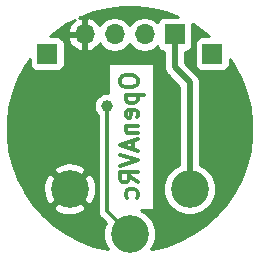
<source format=gbr>
G04 #@! TF.GenerationSoftware,KiCad,Pcbnew,(5.1.5)-3*
G04 #@! TF.CreationDate,2020-03-15T09:51:23+01:00*
G04 #@! TF.ProjectId,Capteur_Hall_I2C,43617074-6575-4725-9f48-616c6c5f4932,0.1*
G04 #@! TF.SameCoordinates,Original*
G04 #@! TF.FileFunction,Copper,L2,Bot*
G04 #@! TF.FilePolarity,Positive*
%FSLAX46Y46*%
G04 Gerber Fmt 4.6, Leading zero omitted, Abs format (unit mm)*
G04 Created by KiCad (PCBNEW (5.1.5)-3) date 2020-03-15 09:51:23*
%MOMM*%
%LPD*%
G04 APERTURE LIST*
%ADD10C,0.300000*%
%ADD11C,3.200000*%
%ADD12R,1.700000X1.700000*%
%ADD13O,1.700000X1.700000*%
%ADD14C,1.000000*%
%ADD15C,0.500000*%
%ADD16C,0.310000*%
%ADD17C,0.254000*%
G04 APERTURE END LIST*
D10*
X151578571Y-98683571D02*
X151578571Y-98969285D01*
X151650000Y-99112142D01*
X151792857Y-99255000D01*
X152078571Y-99326428D01*
X152578571Y-99326428D01*
X152864285Y-99255000D01*
X153007142Y-99112142D01*
X153078571Y-98969285D01*
X153078571Y-98683571D01*
X153007142Y-98540714D01*
X152864285Y-98397857D01*
X152578571Y-98326428D01*
X152078571Y-98326428D01*
X151792857Y-98397857D01*
X151650000Y-98540714D01*
X151578571Y-98683571D01*
X152078571Y-99969285D02*
X153578571Y-99969285D01*
X152150000Y-99969285D02*
X152078571Y-100112142D01*
X152078571Y-100397857D01*
X152150000Y-100540714D01*
X152221428Y-100612142D01*
X152364285Y-100683571D01*
X152792857Y-100683571D01*
X152935714Y-100612142D01*
X153007142Y-100540714D01*
X153078571Y-100397857D01*
X153078571Y-100112142D01*
X153007142Y-99969285D01*
X153007142Y-101897857D02*
X153078571Y-101755000D01*
X153078571Y-101469285D01*
X153007142Y-101326428D01*
X152864285Y-101255000D01*
X152292857Y-101255000D01*
X152150000Y-101326428D01*
X152078571Y-101469285D01*
X152078571Y-101755000D01*
X152150000Y-101897857D01*
X152292857Y-101969285D01*
X152435714Y-101969285D01*
X152578571Y-101255000D01*
X152078571Y-102612142D02*
X153078571Y-102612142D01*
X152221428Y-102612142D02*
X152150000Y-102683571D01*
X152078571Y-102826428D01*
X152078571Y-103040714D01*
X152150000Y-103183571D01*
X152292857Y-103255000D01*
X153078571Y-103255000D01*
X152650000Y-103897857D02*
X152650000Y-104612142D01*
X153078571Y-103755000D02*
X151578571Y-104255000D01*
X153078571Y-104755000D01*
X151578571Y-105040714D02*
X153078571Y-105540714D01*
X151578571Y-106040714D01*
X153078571Y-107397857D02*
X152364285Y-106897857D01*
X153078571Y-106540714D02*
X151578571Y-106540714D01*
X151578571Y-107112142D01*
X151650000Y-107255000D01*
X151721428Y-107326428D01*
X151864285Y-107397857D01*
X152078571Y-107397857D01*
X152221428Y-107326428D01*
X152292857Y-107255000D01*
X152364285Y-107112142D01*
X152364285Y-106540714D01*
X153007142Y-108683571D02*
X153078571Y-108540714D01*
X153078571Y-108255000D01*
X153007142Y-108112142D01*
X152935714Y-108040714D01*
X152792857Y-107969285D01*
X152364285Y-107969285D01*
X152221428Y-108040714D01*
X152150000Y-108112142D01*
X152078571Y-108255000D01*
X152078571Y-108540714D01*
X152150000Y-108683571D01*
D11*
X152400000Y-111760000D03*
X157480000Y-107950000D03*
X147320000Y-107950000D03*
D12*
X156210000Y-94870000D03*
D13*
X153670000Y-94870000D03*
X151130000Y-94870000D03*
X148590000Y-94870000D03*
D12*
X145415000Y-96520000D03*
X159385000Y-96520000D03*
D14*
X161290000Y-102235000D03*
X149225000Y-103505000D03*
X150495000Y-100924997D03*
D15*
X156210000Y-97663000D02*
X156210000Y-94870000D01*
X157480000Y-98933000D02*
X156210000Y-97663000D01*
X157480000Y-107950000D02*
X157480000Y-98933000D01*
D16*
X150495000Y-109855000D02*
X152400000Y-111760000D01*
X150495000Y-100924997D02*
X150495000Y-109855000D01*
D17*
G36*
X154263837Y-92699370D02*
G01*
X155476182Y-92998186D01*
X156488024Y-93381928D01*
X155360000Y-93381928D01*
X155235518Y-93394188D01*
X155115820Y-93430498D01*
X155005506Y-93489463D01*
X154908815Y-93568815D01*
X154829463Y-93665506D01*
X154770498Y-93775820D01*
X154748487Y-93848380D01*
X154616632Y-93716525D01*
X154373411Y-93554010D01*
X154103158Y-93442068D01*
X153816260Y-93385000D01*
X153523740Y-93385000D01*
X153236842Y-93442068D01*
X152966589Y-93554010D01*
X152723368Y-93716525D01*
X152516525Y-93923368D01*
X152400000Y-94097760D01*
X152283475Y-93923368D01*
X152076632Y-93716525D01*
X151833411Y-93554010D01*
X151563158Y-93442068D01*
X151276260Y-93385000D01*
X150983740Y-93385000D01*
X150696842Y-93442068D01*
X150426589Y-93554010D01*
X150183368Y-93716525D01*
X149976525Y-93923368D01*
X149854805Y-94105534D01*
X149785178Y-93988645D01*
X149590269Y-93772412D01*
X149356920Y-93598359D01*
X149094099Y-93473175D01*
X148946890Y-93428524D01*
X148717000Y-93549845D01*
X148717000Y-94743000D01*
X148737000Y-94743000D01*
X148737000Y-94997000D01*
X148717000Y-94997000D01*
X148717000Y-96190155D01*
X148946890Y-96311476D01*
X149094099Y-96266825D01*
X149356920Y-96141641D01*
X149590269Y-95967588D01*
X149785178Y-95751355D01*
X149854805Y-95634466D01*
X149976525Y-95816632D01*
X150183368Y-96023475D01*
X150426589Y-96185990D01*
X150696842Y-96297932D01*
X150983740Y-96355000D01*
X151276260Y-96355000D01*
X151563158Y-96297932D01*
X151833411Y-96185990D01*
X152076632Y-96023475D01*
X152283475Y-95816632D01*
X152400000Y-95642240D01*
X152516525Y-95816632D01*
X152723368Y-96023475D01*
X152966589Y-96185990D01*
X153236842Y-96297932D01*
X153523740Y-96355000D01*
X153816260Y-96355000D01*
X154103158Y-96297932D01*
X154373411Y-96185990D01*
X154616632Y-96023475D01*
X154748487Y-95891620D01*
X154770498Y-95964180D01*
X154829463Y-96074494D01*
X154908815Y-96171185D01*
X155005506Y-96250537D01*
X155115820Y-96309502D01*
X155235518Y-96345812D01*
X155325000Y-96354625D01*
X155325000Y-97619531D01*
X155320719Y-97663000D01*
X155325000Y-97706469D01*
X155325000Y-97706476D01*
X155337805Y-97836489D01*
X155388411Y-98003312D01*
X155470589Y-98157058D01*
X155581183Y-98291817D01*
X155614956Y-98319534D01*
X156595001Y-99299580D01*
X156595000Y-105897433D01*
X156421331Y-105969369D01*
X156055271Y-106213962D01*
X155743962Y-106525271D01*
X155499369Y-106891331D01*
X155330890Y-107298075D01*
X155245000Y-107729872D01*
X155245000Y-108170128D01*
X155330890Y-108601925D01*
X155499369Y-109008669D01*
X155743962Y-109374729D01*
X156055271Y-109686038D01*
X156421331Y-109930631D01*
X156828075Y-110099110D01*
X157259872Y-110185000D01*
X157700128Y-110185000D01*
X158131925Y-110099110D01*
X158538669Y-109930631D01*
X158904729Y-109686038D01*
X159216038Y-109374729D01*
X159460631Y-109008669D01*
X159629110Y-108601925D01*
X159715000Y-108170128D01*
X159715000Y-107729872D01*
X159629110Y-107298075D01*
X159460631Y-106891331D01*
X159216038Y-106525271D01*
X158904729Y-106213962D01*
X158538669Y-105969369D01*
X158365000Y-105897433D01*
X158365000Y-98976465D01*
X158369281Y-98932999D01*
X158365000Y-98889533D01*
X158365000Y-98889523D01*
X158352195Y-98759510D01*
X158301589Y-98592687D01*
X158219411Y-98438941D01*
X158108817Y-98304183D01*
X158075049Y-98276470D01*
X157095000Y-97296422D01*
X157095000Y-96354625D01*
X157184482Y-96345812D01*
X157304180Y-96309502D01*
X157414494Y-96250537D01*
X157511185Y-96171185D01*
X157590537Y-96074494D01*
X157649502Y-95964180D01*
X157685812Y-95844482D01*
X157698072Y-95720000D01*
X157698072Y-94020000D01*
X157695408Y-93992952D01*
X157749273Y-94021222D01*
X158776873Y-94730523D01*
X159117089Y-95031928D01*
X158535000Y-95031928D01*
X158410518Y-95044188D01*
X158290820Y-95080498D01*
X158180506Y-95139463D01*
X158083815Y-95218815D01*
X158004463Y-95315506D01*
X157945498Y-95425820D01*
X157909188Y-95545518D01*
X157896928Y-95670000D01*
X157896928Y-97370000D01*
X157909188Y-97494482D01*
X157945498Y-97614180D01*
X158004463Y-97724494D01*
X158083815Y-97821185D01*
X158180506Y-97900537D01*
X158290820Y-97959502D01*
X158410518Y-97995812D01*
X158535000Y-98008072D01*
X160235000Y-98008072D01*
X160359482Y-97995812D01*
X160479180Y-97959502D01*
X160589494Y-97900537D01*
X160686185Y-97821185D01*
X160765537Y-97724494D01*
X160824502Y-97614180D01*
X160860812Y-97494482D01*
X160873072Y-97370000D01*
X160873072Y-96976423D01*
X161248778Y-97520727D01*
X161829044Y-98626332D01*
X162271814Y-99793818D01*
X162570630Y-101006163D01*
X162721135Y-102245686D01*
X162721135Y-103494314D01*
X162570630Y-104733837D01*
X162271814Y-105946182D01*
X161829044Y-107113668D01*
X161248778Y-108219273D01*
X160539477Y-109246873D01*
X159711484Y-110181484D01*
X158776873Y-111009477D01*
X157749273Y-111718778D01*
X156643668Y-112299044D01*
X155476182Y-112741814D01*
X154263837Y-113040630D01*
X154229539Y-113044795D01*
X154380631Y-112818669D01*
X154549110Y-112411925D01*
X154635000Y-111980128D01*
X154635000Y-111539872D01*
X154549110Y-111108075D01*
X154380631Y-110701331D01*
X154136038Y-110335271D01*
X153824729Y-110023962D01*
X153458669Y-109779369D01*
X153398111Y-109754285D01*
X154430000Y-109754285D01*
X154430000Y-97255714D01*
X150610000Y-97255714D01*
X150610000Y-99790636D01*
X150606788Y-99789997D01*
X150383212Y-99789997D01*
X150163933Y-99833614D01*
X149957376Y-99919173D01*
X149771480Y-100043385D01*
X149613388Y-100201477D01*
X149489176Y-100387373D01*
X149403617Y-100593930D01*
X149360000Y-100813209D01*
X149360000Y-101036785D01*
X149403617Y-101256064D01*
X149489176Y-101462621D01*
X149613388Y-101648517D01*
X149705000Y-101740129D01*
X149705001Y-109816185D01*
X149701178Y-109855000D01*
X149716431Y-110009866D01*
X149761604Y-110158782D01*
X149773739Y-110181484D01*
X149834962Y-110296024D01*
X149933684Y-110416317D01*
X149963825Y-110441053D01*
X150362177Y-110839405D01*
X150250890Y-111108075D01*
X150165000Y-111539872D01*
X150165000Y-111980128D01*
X150250890Y-112411925D01*
X150419369Y-112818669D01*
X150570461Y-113044795D01*
X150536163Y-113040630D01*
X149323818Y-112741814D01*
X148156332Y-112299044D01*
X147050727Y-111718778D01*
X146023127Y-111009477D01*
X145088516Y-110181484D01*
X144496154Y-109512845D01*
X145936761Y-109512845D01*
X146104802Y-109838643D01*
X146496607Y-110039426D01*
X146920055Y-110159914D01*
X147358873Y-110195476D01*
X147796197Y-110144746D01*
X148215221Y-110009674D01*
X148535198Y-109838643D01*
X148703239Y-109512845D01*
X147320000Y-108129605D01*
X145936761Y-109512845D01*
X144496154Y-109512845D01*
X144260523Y-109246873D01*
X143551222Y-108219273D01*
X143430299Y-107988873D01*
X145074524Y-107988873D01*
X145125254Y-108426197D01*
X145260326Y-108845221D01*
X145431357Y-109165198D01*
X145757155Y-109333239D01*
X147140395Y-107950000D01*
X147499605Y-107950000D01*
X148882845Y-109333239D01*
X149208643Y-109165198D01*
X149409426Y-108773393D01*
X149529914Y-108349945D01*
X149565476Y-107911127D01*
X149514746Y-107473803D01*
X149379674Y-107054779D01*
X149208643Y-106734802D01*
X148882845Y-106566761D01*
X147499605Y-107950000D01*
X147140395Y-107950000D01*
X145757155Y-106566761D01*
X145431357Y-106734802D01*
X145230574Y-107126607D01*
X145110086Y-107550055D01*
X145074524Y-107988873D01*
X143430299Y-107988873D01*
X142970956Y-107113668D01*
X142695426Y-106387155D01*
X145936761Y-106387155D01*
X147320000Y-107770395D01*
X148703239Y-106387155D01*
X148535198Y-106061357D01*
X148143393Y-105860574D01*
X147719945Y-105740086D01*
X147281127Y-105704524D01*
X146843803Y-105755254D01*
X146424779Y-105890326D01*
X146104802Y-106061357D01*
X145936761Y-106387155D01*
X142695426Y-106387155D01*
X142528186Y-105946182D01*
X142229370Y-104733837D01*
X142078865Y-103494314D01*
X142078865Y-102245686D01*
X142229370Y-101006163D01*
X142528186Y-99793818D01*
X142970956Y-98626332D01*
X143551222Y-97520727D01*
X143926928Y-96976423D01*
X143926928Y-97370000D01*
X143939188Y-97494482D01*
X143975498Y-97614180D01*
X144034463Y-97724494D01*
X144113815Y-97821185D01*
X144210506Y-97900537D01*
X144320820Y-97959502D01*
X144440518Y-97995812D01*
X144565000Y-98008072D01*
X146265000Y-98008072D01*
X146389482Y-97995812D01*
X146509180Y-97959502D01*
X146619494Y-97900537D01*
X146716185Y-97821185D01*
X146795537Y-97724494D01*
X146854502Y-97614180D01*
X146890812Y-97494482D01*
X146903072Y-97370000D01*
X146903072Y-95670000D01*
X146890812Y-95545518D01*
X146854502Y-95425820D01*
X146795537Y-95315506D01*
X146722813Y-95226891D01*
X147148519Y-95226891D01*
X147245843Y-95501252D01*
X147394822Y-95751355D01*
X147589731Y-95967588D01*
X147823080Y-96141641D01*
X148085901Y-96266825D01*
X148233110Y-96311476D01*
X148463000Y-96190155D01*
X148463000Y-94997000D01*
X147269186Y-94997000D01*
X147148519Y-95226891D01*
X146722813Y-95226891D01*
X146716185Y-95218815D01*
X146619494Y-95139463D01*
X146509180Y-95080498D01*
X146389482Y-95044188D01*
X146265000Y-95031928D01*
X145682911Y-95031928D01*
X146023127Y-94730523D01*
X147050727Y-94021222D01*
X147743908Y-93657413D01*
X147589731Y-93772412D01*
X147394822Y-93988645D01*
X147245843Y-94238748D01*
X147148519Y-94513109D01*
X147269186Y-94743000D01*
X148463000Y-94743000D01*
X148463000Y-93549845D01*
X148233110Y-93428524D01*
X148107325Y-93466677D01*
X148156332Y-93440956D01*
X149323818Y-92998186D01*
X150536163Y-92699370D01*
X151775686Y-92548865D01*
X153024314Y-92548865D01*
X154263837Y-92699370D01*
G37*
X154263837Y-92699370D02*
X155476182Y-92998186D01*
X156488024Y-93381928D01*
X155360000Y-93381928D01*
X155235518Y-93394188D01*
X155115820Y-93430498D01*
X155005506Y-93489463D01*
X154908815Y-93568815D01*
X154829463Y-93665506D01*
X154770498Y-93775820D01*
X154748487Y-93848380D01*
X154616632Y-93716525D01*
X154373411Y-93554010D01*
X154103158Y-93442068D01*
X153816260Y-93385000D01*
X153523740Y-93385000D01*
X153236842Y-93442068D01*
X152966589Y-93554010D01*
X152723368Y-93716525D01*
X152516525Y-93923368D01*
X152400000Y-94097760D01*
X152283475Y-93923368D01*
X152076632Y-93716525D01*
X151833411Y-93554010D01*
X151563158Y-93442068D01*
X151276260Y-93385000D01*
X150983740Y-93385000D01*
X150696842Y-93442068D01*
X150426589Y-93554010D01*
X150183368Y-93716525D01*
X149976525Y-93923368D01*
X149854805Y-94105534D01*
X149785178Y-93988645D01*
X149590269Y-93772412D01*
X149356920Y-93598359D01*
X149094099Y-93473175D01*
X148946890Y-93428524D01*
X148717000Y-93549845D01*
X148717000Y-94743000D01*
X148737000Y-94743000D01*
X148737000Y-94997000D01*
X148717000Y-94997000D01*
X148717000Y-96190155D01*
X148946890Y-96311476D01*
X149094099Y-96266825D01*
X149356920Y-96141641D01*
X149590269Y-95967588D01*
X149785178Y-95751355D01*
X149854805Y-95634466D01*
X149976525Y-95816632D01*
X150183368Y-96023475D01*
X150426589Y-96185990D01*
X150696842Y-96297932D01*
X150983740Y-96355000D01*
X151276260Y-96355000D01*
X151563158Y-96297932D01*
X151833411Y-96185990D01*
X152076632Y-96023475D01*
X152283475Y-95816632D01*
X152400000Y-95642240D01*
X152516525Y-95816632D01*
X152723368Y-96023475D01*
X152966589Y-96185990D01*
X153236842Y-96297932D01*
X153523740Y-96355000D01*
X153816260Y-96355000D01*
X154103158Y-96297932D01*
X154373411Y-96185990D01*
X154616632Y-96023475D01*
X154748487Y-95891620D01*
X154770498Y-95964180D01*
X154829463Y-96074494D01*
X154908815Y-96171185D01*
X155005506Y-96250537D01*
X155115820Y-96309502D01*
X155235518Y-96345812D01*
X155325000Y-96354625D01*
X155325000Y-97619531D01*
X155320719Y-97663000D01*
X155325000Y-97706469D01*
X155325000Y-97706476D01*
X155337805Y-97836489D01*
X155388411Y-98003312D01*
X155470589Y-98157058D01*
X155581183Y-98291817D01*
X155614956Y-98319534D01*
X156595001Y-99299580D01*
X156595000Y-105897433D01*
X156421331Y-105969369D01*
X156055271Y-106213962D01*
X155743962Y-106525271D01*
X155499369Y-106891331D01*
X155330890Y-107298075D01*
X155245000Y-107729872D01*
X155245000Y-108170128D01*
X155330890Y-108601925D01*
X155499369Y-109008669D01*
X155743962Y-109374729D01*
X156055271Y-109686038D01*
X156421331Y-109930631D01*
X156828075Y-110099110D01*
X157259872Y-110185000D01*
X157700128Y-110185000D01*
X158131925Y-110099110D01*
X158538669Y-109930631D01*
X158904729Y-109686038D01*
X159216038Y-109374729D01*
X159460631Y-109008669D01*
X159629110Y-108601925D01*
X159715000Y-108170128D01*
X159715000Y-107729872D01*
X159629110Y-107298075D01*
X159460631Y-106891331D01*
X159216038Y-106525271D01*
X158904729Y-106213962D01*
X158538669Y-105969369D01*
X158365000Y-105897433D01*
X158365000Y-98976465D01*
X158369281Y-98932999D01*
X158365000Y-98889533D01*
X158365000Y-98889523D01*
X158352195Y-98759510D01*
X158301589Y-98592687D01*
X158219411Y-98438941D01*
X158108817Y-98304183D01*
X158075049Y-98276470D01*
X157095000Y-97296422D01*
X157095000Y-96354625D01*
X157184482Y-96345812D01*
X157304180Y-96309502D01*
X157414494Y-96250537D01*
X157511185Y-96171185D01*
X157590537Y-96074494D01*
X157649502Y-95964180D01*
X157685812Y-95844482D01*
X157698072Y-95720000D01*
X157698072Y-94020000D01*
X157695408Y-93992952D01*
X157749273Y-94021222D01*
X158776873Y-94730523D01*
X159117089Y-95031928D01*
X158535000Y-95031928D01*
X158410518Y-95044188D01*
X158290820Y-95080498D01*
X158180506Y-95139463D01*
X158083815Y-95218815D01*
X158004463Y-95315506D01*
X157945498Y-95425820D01*
X157909188Y-95545518D01*
X157896928Y-95670000D01*
X157896928Y-97370000D01*
X157909188Y-97494482D01*
X157945498Y-97614180D01*
X158004463Y-97724494D01*
X158083815Y-97821185D01*
X158180506Y-97900537D01*
X158290820Y-97959502D01*
X158410518Y-97995812D01*
X158535000Y-98008072D01*
X160235000Y-98008072D01*
X160359482Y-97995812D01*
X160479180Y-97959502D01*
X160589494Y-97900537D01*
X160686185Y-97821185D01*
X160765537Y-97724494D01*
X160824502Y-97614180D01*
X160860812Y-97494482D01*
X160873072Y-97370000D01*
X160873072Y-96976423D01*
X161248778Y-97520727D01*
X161829044Y-98626332D01*
X162271814Y-99793818D01*
X162570630Y-101006163D01*
X162721135Y-102245686D01*
X162721135Y-103494314D01*
X162570630Y-104733837D01*
X162271814Y-105946182D01*
X161829044Y-107113668D01*
X161248778Y-108219273D01*
X160539477Y-109246873D01*
X159711484Y-110181484D01*
X158776873Y-111009477D01*
X157749273Y-111718778D01*
X156643668Y-112299044D01*
X155476182Y-112741814D01*
X154263837Y-113040630D01*
X154229539Y-113044795D01*
X154380631Y-112818669D01*
X154549110Y-112411925D01*
X154635000Y-111980128D01*
X154635000Y-111539872D01*
X154549110Y-111108075D01*
X154380631Y-110701331D01*
X154136038Y-110335271D01*
X153824729Y-110023962D01*
X153458669Y-109779369D01*
X153398111Y-109754285D01*
X154430000Y-109754285D01*
X154430000Y-97255714D01*
X150610000Y-97255714D01*
X150610000Y-99790636D01*
X150606788Y-99789997D01*
X150383212Y-99789997D01*
X150163933Y-99833614D01*
X149957376Y-99919173D01*
X149771480Y-100043385D01*
X149613388Y-100201477D01*
X149489176Y-100387373D01*
X149403617Y-100593930D01*
X149360000Y-100813209D01*
X149360000Y-101036785D01*
X149403617Y-101256064D01*
X149489176Y-101462621D01*
X149613388Y-101648517D01*
X149705000Y-101740129D01*
X149705001Y-109816185D01*
X149701178Y-109855000D01*
X149716431Y-110009866D01*
X149761604Y-110158782D01*
X149773739Y-110181484D01*
X149834962Y-110296024D01*
X149933684Y-110416317D01*
X149963825Y-110441053D01*
X150362177Y-110839405D01*
X150250890Y-111108075D01*
X150165000Y-111539872D01*
X150165000Y-111980128D01*
X150250890Y-112411925D01*
X150419369Y-112818669D01*
X150570461Y-113044795D01*
X150536163Y-113040630D01*
X149323818Y-112741814D01*
X148156332Y-112299044D01*
X147050727Y-111718778D01*
X146023127Y-111009477D01*
X145088516Y-110181484D01*
X144496154Y-109512845D01*
X145936761Y-109512845D01*
X146104802Y-109838643D01*
X146496607Y-110039426D01*
X146920055Y-110159914D01*
X147358873Y-110195476D01*
X147796197Y-110144746D01*
X148215221Y-110009674D01*
X148535198Y-109838643D01*
X148703239Y-109512845D01*
X147320000Y-108129605D01*
X145936761Y-109512845D01*
X144496154Y-109512845D01*
X144260523Y-109246873D01*
X143551222Y-108219273D01*
X143430299Y-107988873D01*
X145074524Y-107988873D01*
X145125254Y-108426197D01*
X145260326Y-108845221D01*
X145431357Y-109165198D01*
X145757155Y-109333239D01*
X147140395Y-107950000D01*
X147499605Y-107950000D01*
X148882845Y-109333239D01*
X149208643Y-109165198D01*
X149409426Y-108773393D01*
X149529914Y-108349945D01*
X149565476Y-107911127D01*
X149514746Y-107473803D01*
X149379674Y-107054779D01*
X149208643Y-106734802D01*
X148882845Y-106566761D01*
X147499605Y-107950000D01*
X147140395Y-107950000D01*
X145757155Y-106566761D01*
X145431357Y-106734802D01*
X145230574Y-107126607D01*
X145110086Y-107550055D01*
X145074524Y-107988873D01*
X143430299Y-107988873D01*
X142970956Y-107113668D01*
X142695426Y-106387155D01*
X145936761Y-106387155D01*
X147320000Y-107770395D01*
X148703239Y-106387155D01*
X148535198Y-106061357D01*
X148143393Y-105860574D01*
X147719945Y-105740086D01*
X147281127Y-105704524D01*
X146843803Y-105755254D01*
X146424779Y-105890326D01*
X146104802Y-106061357D01*
X145936761Y-106387155D01*
X142695426Y-106387155D01*
X142528186Y-105946182D01*
X142229370Y-104733837D01*
X142078865Y-103494314D01*
X142078865Y-102245686D01*
X142229370Y-101006163D01*
X142528186Y-99793818D01*
X142970956Y-98626332D01*
X143551222Y-97520727D01*
X143926928Y-96976423D01*
X143926928Y-97370000D01*
X143939188Y-97494482D01*
X143975498Y-97614180D01*
X144034463Y-97724494D01*
X144113815Y-97821185D01*
X144210506Y-97900537D01*
X144320820Y-97959502D01*
X144440518Y-97995812D01*
X144565000Y-98008072D01*
X146265000Y-98008072D01*
X146389482Y-97995812D01*
X146509180Y-97959502D01*
X146619494Y-97900537D01*
X146716185Y-97821185D01*
X146795537Y-97724494D01*
X146854502Y-97614180D01*
X146890812Y-97494482D01*
X146903072Y-97370000D01*
X146903072Y-95670000D01*
X146890812Y-95545518D01*
X146854502Y-95425820D01*
X146795537Y-95315506D01*
X146722813Y-95226891D01*
X147148519Y-95226891D01*
X147245843Y-95501252D01*
X147394822Y-95751355D01*
X147589731Y-95967588D01*
X147823080Y-96141641D01*
X148085901Y-96266825D01*
X148233110Y-96311476D01*
X148463000Y-96190155D01*
X148463000Y-94997000D01*
X147269186Y-94997000D01*
X147148519Y-95226891D01*
X146722813Y-95226891D01*
X146716185Y-95218815D01*
X146619494Y-95139463D01*
X146509180Y-95080498D01*
X146389482Y-95044188D01*
X146265000Y-95031928D01*
X145682911Y-95031928D01*
X146023127Y-94730523D01*
X147050727Y-94021222D01*
X147743908Y-93657413D01*
X147589731Y-93772412D01*
X147394822Y-93988645D01*
X147245843Y-94238748D01*
X147148519Y-94513109D01*
X147269186Y-94743000D01*
X148463000Y-94743000D01*
X148463000Y-93549845D01*
X148233110Y-93428524D01*
X148107325Y-93466677D01*
X148156332Y-93440956D01*
X149323818Y-92998186D01*
X150536163Y-92699370D01*
X151775686Y-92548865D01*
X153024314Y-92548865D01*
X154263837Y-92699370D01*
M02*

</source>
